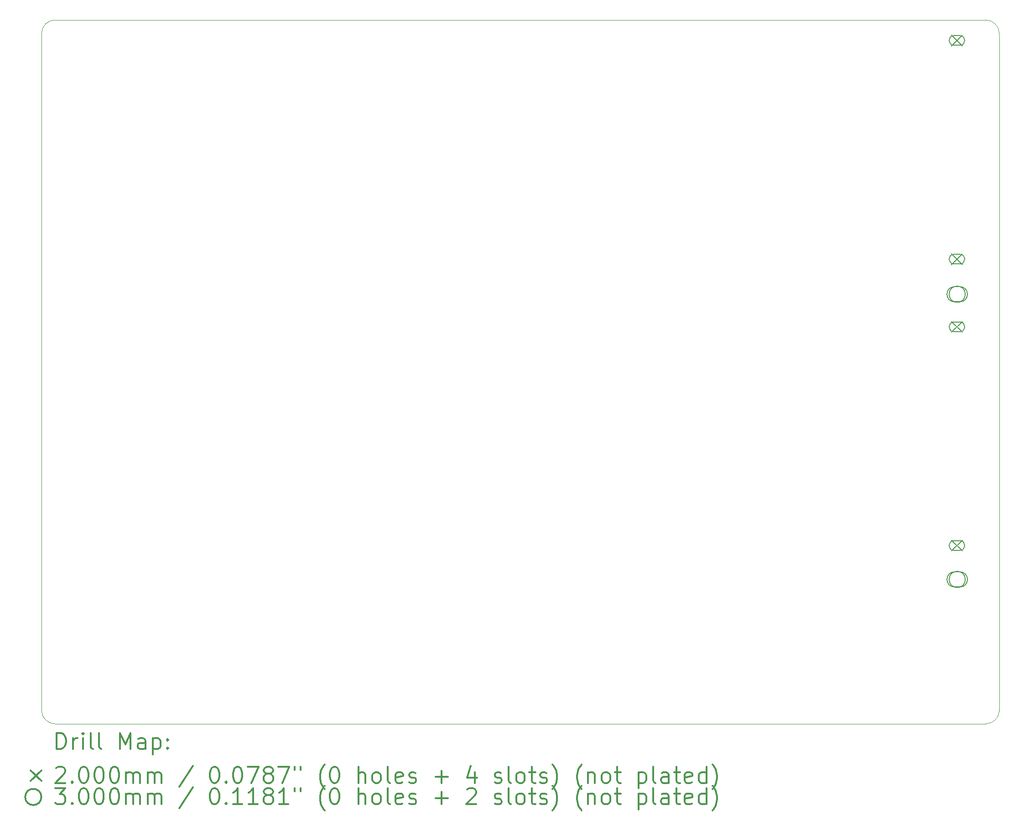
<source format=gbr>
%FSLAX45Y45*%
G04 Gerber Fmt 4.5, Leading zero omitted, Abs format (unit mm)*
G04 Created by KiCad (PCBNEW 5.1.12-84ad8e8a86~92~ubuntu18.04.1) date 2022-12-12 22:35:50*
%MOMM*%
%LPD*%
G01*
G04 APERTURE LIST*
%TA.AperFunction,Profile*%
%ADD10C,0.050000*%
%TD*%
%ADD11C,0.200000*%
%ADD12C,0.300000*%
G04 APERTURE END LIST*
D10*
X19050000Y-14097000D02*
G75*
G02*
X18796000Y-14351000I-254000J0D01*
G01*
X18796000Y-1270000D02*
G75*
G02*
X19050000Y-1524000I0J-254000D01*
G01*
X1270000Y-1524000D02*
G75*
G02*
X1524000Y-1270000I254000J0D01*
G01*
X1524000Y-14351000D02*
G75*
G02*
X1270000Y-14097000I0J254000D01*
G01*
X18796000Y-1270000D02*
X1524000Y-1270000D01*
X19050000Y-14097000D02*
X19050000Y-1524000D01*
X1524000Y-14351000D02*
X18796000Y-14351000D01*
X1270000Y-1524000D02*
X1270000Y-14097000D01*
D11*
X18162600Y-1551000D02*
X18362600Y-1751000D01*
X18362600Y-1551000D02*
X18162600Y-1751000D01*
X18207600Y-1741000D02*
X18317600Y-1741000D01*
X18207600Y-1561000D02*
X18317600Y-1561000D01*
X18317600Y-1741000D02*
G75*
G03*
X18317600Y-1561000I0J90000D01*
G01*
X18207600Y-1561000D02*
G75*
G03*
X18207600Y-1741000I0J-90000D01*
G01*
X18162600Y-5615000D02*
X18362600Y-5815000D01*
X18362600Y-5615000D02*
X18162600Y-5815000D01*
X18207600Y-5805000D02*
X18317600Y-5805000D01*
X18207600Y-5625000D02*
X18317600Y-5625000D01*
X18317600Y-5805000D02*
G75*
G03*
X18317600Y-5625000I0J90000D01*
G01*
X18207600Y-5625000D02*
G75*
G03*
X18207600Y-5805000I0J-90000D01*
G01*
X18162600Y-6872300D02*
X18362600Y-7072300D01*
X18362600Y-6872300D02*
X18162600Y-7072300D01*
X18207600Y-7062300D02*
X18317600Y-7062300D01*
X18207600Y-6882300D02*
X18317600Y-6882300D01*
X18317600Y-7062300D02*
G75*
G03*
X18317600Y-6882300I0J90000D01*
G01*
X18207600Y-6882300D02*
G75*
G03*
X18207600Y-7062300I0J-90000D01*
G01*
X18162600Y-10936300D02*
X18362600Y-11136300D01*
X18362600Y-10936300D02*
X18162600Y-11136300D01*
X18207600Y-11126300D02*
X18317600Y-11126300D01*
X18207600Y-10946300D02*
X18317600Y-10946300D01*
X18317600Y-11126300D02*
G75*
G03*
X18317600Y-10946300I0J90000D01*
G01*
X18207600Y-10946300D02*
G75*
G03*
X18207600Y-11126300I0J-90000D01*
G01*
X18417934Y-6367018D02*
G75*
G03*
X18417934Y-6367018I-150000J0D01*
G01*
X18217934Y-6507018D02*
X18317934Y-6507018D01*
X18217934Y-6227018D02*
X18317934Y-6227018D01*
X18317934Y-6507018D02*
G75*
G03*
X18317934Y-6227018I0J140000D01*
G01*
X18217934Y-6227018D02*
G75*
G03*
X18217934Y-6507018I0J-140000D01*
G01*
X18417934Y-11666982D02*
G75*
G03*
X18417934Y-11666982I-150000J0D01*
G01*
X18217934Y-11806982D02*
X18317934Y-11806982D01*
X18217934Y-11526982D02*
X18317934Y-11526982D01*
X18317934Y-11806982D02*
G75*
G03*
X18317934Y-11526982I0J140000D01*
G01*
X18217934Y-11526982D02*
G75*
G03*
X18217934Y-11806982I0J-140000D01*
G01*
D12*
X1553928Y-14819214D02*
X1553928Y-14519214D01*
X1625357Y-14519214D01*
X1668214Y-14533500D01*
X1696786Y-14562071D01*
X1711071Y-14590643D01*
X1725357Y-14647786D01*
X1725357Y-14690643D01*
X1711071Y-14747786D01*
X1696786Y-14776357D01*
X1668214Y-14804929D01*
X1625357Y-14819214D01*
X1553928Y-14819214D01*
X1853928Y-14819214D02*
X1853928Y-14619214D01*
X1853928Y-14676357D02*
X1868214Y-14647786D01*
X1882500Y-14633500D01*
X1911071Y-14619214D01*
X1939643Y-14619214D01*
X2039643Y-14819214D02*
X2039643Y-14619214D01*
X2039643Y-14519214D02*
X2025357Y-14533500D01*
X2039643Y-14547786D01*
X2053928Y-14533500D01*
X2039643Y-14519214D01*
X2039643Y-14547786D01*
X2225357Y-14819214D02*
X2196786Y-14804929D01*
X2182500Y-14776357D01*
X2182500Y-14519214D01*
X2382500Y-14819214D02*
X2353928Y-14804929D01*
X2339643Y-14776357D01*
X2339643Y-14519214D01*
X2725357Y-14819214D02*
X2725357Y-14519214D01*
X2825357Y-14733500D01*
X2925357Y-14519214D01*
X2925357Y-14819214D01*
X3196786Y-14819214D02*
X3196786Y-14662071D01*
X3182500Y-14633500D01*
X3153928Y-14619214D01*
X3096786Y-14619214D01*
X3068214Y-14633500D01*
X3196786Y-14804929D02*
X3168214Y-14819214D01*
X3096786Y-14819214D01*
X3068214Y-14804929D01*
X3053928Y-14776357D01*
X3053928Y-14747786D01*
X3068214Y-14719214D01*
X3096786Y-14704929D01*
X3168214Y-14704929D01*
X3196786Y-14690643D01*
X3339643Y-14619214D02*
X3339643Y-14919214D01*
X3339643Y-14633500D02*
X3368214Y-14619214D01*
X3425357Y-14619214D01*
X3453928Y-14633500D01*
X3468214Y-14647786D01*
X3482500Y-14676357D01*
X3482500Y-14762071D01*
X3468214Y-14790643D01*
X3453928Y-14804929D01*
X3425357Y-14819214D01*
X3368214Y-14819214D01*
X3339643Y-14804929D01*
X3611071Y-14790643D02*
X3625357Y-14804929D01*
X3611071Y-14819214D01*
X3596786Y-14804929D01*
X3611071Y-14790643D01*
X3611071Y-14819214D01*
X3611071Y-14633500D02*
X3625357Y-14647786D01*
X3611071Y-14662071D01*
X3596786Y-14647786D01*
X3611071Y-14633500D01*
X3611071Y-14662071D01*
X1067500Y-15213500D02*
X1267500Y-15413500D01*
X1267500Y-15213500D02*
X1067500Y-15413500D01*
X1539643Y-15177786D02*
X1553928Y-15163500D01*
X1582500Y-15149214D01*
X1653928Y-15149214D01*
X1682500Y-15163500D01*
X1696786Y-15177786D01*
X1711071Y-15206357D01*
X1711071Y-15234929D01*
X1696786Y-15277786D01*
X1525357Y-15449214D01*
X1711071Y-15449214D01*
X1839643Y-15420643D02*
X1853928Y-15434929D01*
X1839643Y-15449214D01*
X1825357Y-15434929D01*
X1839643Y-15420643D01*
X1839643Y-15449214D01*
X2039643Y-15149214D02*
X2068214Y-15149214D01*
X2096786Y-15163500D01*
X2111071Y-15177786D01*
X2125357Y-15206357D01*
X2139643Y-15263500D01*
X2139643Y-15334929D01*
X2125357Y-15392071D01*
X2111071Y-15420643D01*
X2096786Y-15434929D01*
X2068214Y-15449214D01*
X2039643Y-15449214D01*
X2011071Y-15434929D01*
X1996786Y-15420643D01*
X1982500Y-15392071D01*
X1968214Y-15334929D01*
X1968214Y-15263500D01*
X1982500Y-15206357D01*
X1996786Y-15177786D01*
X2011071Y-15163500D01*
X2039643Y-15149214D01*
X2325357Y-15149214D02*
X2353928Y-15149214D01*
X2382500Y-15163500D01*
X2396786Y-15177786D01*
X2411071Y-15206357D01*
X2425357Y-15263500D01*
X2425357Y-15334929D01*
X2411071Y-15392071D01*
X2396786Y-15420643D01*
X2382500Y-15434929D01*
X2353928Y-15449214D01*
X2325357Y-15449214D01*
X2296786Y-15434929D01*
X2282500Y-15420643D01*
X2268214Y-15392071D01*
X2253928Y-15334929D01*
X2253928Y-15263500D01*
X2268214Y-15206357D01*
X2282500Y-15177786D01*
X2296786Y-15163500D01*
X2325357Y-15149214D01*
X2611071Y-15149214D02*
X2639643Y-15149214D01*
X2668214Y-15163500D01*
X2682500Y-15177786D01*
X2696786Y-15206357D01*
X2711071Y-15263500D01*
X2711071Y-15334929D01*
X2696786Y-15392071D01*
X2682500Y-15420643D01*
X2668214Y-15434929D01*
X2639643Y-15449214D01*
X2611071Y-15449214D01*
X2582500Y-15434929D01*
X2568214Y-15420643D01*
X2553928Y-15392071D01*
X2539643Y-15334929D01*
X2539643Y-15263500D01*
X2553928Y-15206357D01*
X2568214Y-15177786D01*
X2582500Y-15163500D01*
X2611071Y-15149214D01*
X2839643Y-15449214D02*
X2839643Y-15249214D01*
X2839643Y-15277786D02*
X2853928Y-15263500D01*
X2882500Y-15249214D01*
X2925357Y-15249214D01*
X2953928Y-15263500D01*
X2968214Y-15292071D01*
X2968214Y-15449214D01*
X2968214Y-15292071D02*
X2982500Y-15263500D01*
X3011071Y-15249214D01*
X3053928Y-15249214D01*
X3082500Y-15263500D01*
X3096786Y-15292071D01*
X3096786Y-15449214D01*
X3239643Y-15449214D02*
X3239643Y-15249214D01*
X3239643Y-15277786D02*
X3253928Y-15263500D01*
X3282500Y-15249214D01*
X3325357Y-15249214D01*
X3353928Y-15263500D01*
X3368214Y-15292071D01*
X3368214Y-15449214D01*
X3368214Y-15292071D02*
X3382500Y-15263500D01*
X3411071Y-15249214D01*
X3453928Y-15249214D01*
X3482500Y-15263500D01*
X3496786Y-15292071D01*
X3496786Y-15449214D01*
X4082500Y-15134929D02*
X3825357Y-15520643D01*
X4468214Y-15149214D02*
X4496786Y-15149214D01*
X4525357Y-15163500D01*
X4539643Y-15177786D01*
X4553928Y-15206357D01*
X4568214Y-15263500D01*
X4568214Y-15334929D01*
X4553928Y-15392071D01*
X4539643Y-15420643D01*
X4525357Y-15434929D01*
X4496786Y-15449214D01*
X4468214Y-15449214D01*
X4439643Y-15434929D01*
X4425357Y-15420643D01*
X4411071Y-15392071D01*
X4396786Y-15334929D01*
X4396786Y-15263500D01*
X4411071Y-15206357D01*
X4425357Y-15177786D01*
X4439643Y-15163500D01*
X4468214Y-15149214D01*
X4696786Y-15420643D02*
X4711071Y-15434929D01*
X4696786Y-15449214D01*
X4682500Y-15434929D01*
X4696786Y-15420643D01*
X4696786Y-15449214D01*
X4896786Y-15149214D02*
X4925357Y-15149214D01*
X4953928Y-15163500D01*
X4968214Y-15177786D01*
X4982500Y-15206357D01*
X4996786Y-15263500D01*
X4996786Y-15334929D01*
X4982500Y-15392071D01*
X4968214Y-15420643D01*
X4953928Y-15434929D01*
X4925357Y-15449214D01*
X4896786Y-15449214D01*
X4868214Y-15434929D01*
X4853928Y-15420643D01*
X4839643Y-15392071D01*
X4825357Y-15334929D01*
X4825357Y-15263500D01*
X4839643Y-15206357D01*
X4853928Y-15177786D01*
X4868214Y-15163500D01*
X4896786Y-15149214D01*
X5096786Y-15149214D02*
X5296786Y-15149214D01*
X5168214Y-15449214D01*
X5453928Y-15277786D02*
X5425357Y-15263500D01*
X5411071Y-15249214D01*
X5396786Y-15220643D01*
X5396786Y-15206357D01*
X5411071Y-15177786D01*
X5425357Y-15163500D01*
X5453928Y-15149214D01*
X5511071Y-15149214D01*
X5539643Y-15163500D01*
X5553928Y-15177786D01*
X5568214Y-15206357D01*
X5568214Y-15220643D01*
X5553928Y-15249214D01*
X5539643Y-15263500D01*
X5511071Y-15277786D01*
X5453928Y-15277786D01*
X5425357Y-15292071D01*
X5411071Y-15306357D01*
X5396786Y-15334929D01*
X5396786Y-15392071D01*
X5411071Y-15420643D01*
X5425357Y-15434929D01*
X5453928Y-15449214D01*
X5511071Y-15449214D01*
X5539643Y-15434929D01*
X5553928Y-15420643D01*
X5568214Y-15392071D01*
X5568214Y-15334929D01*
X5553928Y-15306357D01*
X5539643Y-15292071D01*
X5511071Y-15277786D01*
X5668214Y-15149214D02*
X5868214Y-15149214D01*
X5739643Y-15449214D01*
X5968214Y-15149214D02*
X5968214Y-15206357D01*
X6082500Y-15149214D02*
X6082500Y-15206357D01*
X6525357Y-15563500D02*
X6511071Y-15549214D01*
X6482500Y-15506357D01*
X6468214Y-15477786D01*
X6453928Y-15434929D01*
X6439643Y-15363500D01*
X6439643Y-15306357D01*
X6453928Y-15234929D01*
X6468214Y-15192071D01*
X6482500Y-15163500D01*
X6511071Y-15120643D01*
X6525357Y-15106357D01*
X6696786Y-15149214D02*
X6725357Y-15149214D01*
X6753928Y-15163500D01*
X6768214Y-15177786D01*
X6782500Y-15206357D01*
X6796786Y-15263500D01*
X6796786Y-15334929D01*
X6782500Y-15392071D01*
X6768214Y-15420643D01*
X6753928Y-15434929D01*
X6725357Y-15449214D01*
X6696786Y-15449214D01*
X6668214Y-15434929D01*
X6653928Y-15420643D01*
X6639643Y-15392071D01*
X6625357Y-15334929D01*
X6625357Y-15263500D01*
X6639643Y-15206357D01*
X6653928Y-15177786D01*
X6668214Y-15163500D01*
X6696786Y-15149214D01*
X7153928Y-15449214D02*
X7153928Y-15149214D01*
X7282500Y-15449214D02*
X7282500Y-15292071D01*
X7268214Y-15263500D01*
X7239643Y-15249214D01*
X7196786Y-15249214D01*
X7168214Y-15263500D01*
X7153928Y-15277786D01*
X7468214Y-15449214D02*
X7439643Y-15434929D01*
X7425357Y-15420643D01*
X7411071Y-15392071D01*
X7411071Y-15306357D01*
X7425357Y-15277786D01*
X7439643Y-15263500D01*
X7468214Y-15249214D01*
X7511071Y-15249214D01*
X7539643Y-15263500D01*
X7553928Y-15277786D01*
X7568214Y-15306357D01*
X7568214Y-15392071D01*
X7553928Y-15420643D01*
X7539643Y-15434929D01*
X7511071Y-15449214D01*
X7468214Y-15449214D01*
X7739643Y-15449214D02*
X7711071Y-15434929D01*
X7696786Y-15406357D01*
X7696786Y-15149214D01*
X7968214Y-15434929D02*
X7939643Y-15449214D01*
X7882500Y-15449214D01*
X7853928Y-15434929D01*
X7839643Y-15406357D01*
X7839643Y-15292071D01*
X7853928Y-15263500D01*
X7882500Y-15249214D01*
X7939643Y-15249214D01*
X7968214Y-15263500D01*
X7982500Y-15292071D01*
X7982500Y-15320643D01*
X7839643Y-15349214D01*
X8096786Y-15434929D02*
X8125357Y-15449214D01*
X8182500Y-15449214D01*
X8211071Y-15434929D01*
X8225357Y-15406357D01*
X8225357Y-15392071D01*
X8211071Y-15363500D01*
X8182500Y-15349214D01*
X8139643Y-15349214D01*
X8111071Y-15334929D01*
X8096786Y-15306357D01*
X8096786Y-15292071D01*
X8111071Y-15263500D01*
X8139643Y-15249214D01*
X8182500Y-15249214D01*
X8211071Y-15263500D01*
X8582500Y-15334929D02*
X8811071Y-15334929D01*
X8696786Y-15449214D02*
X8696786Y-15220643D01*
X9311071Y-15249214D02*
X9311071Y-15449214D01*
X9239643Y-15134929D02*
X9168214Y-15349214D01*
X9353928Y-15349214D01*
X9682500Y-15434929D02*
X9711071Y-15449214D01*
X9768214Y-15449214D01*
X9796786Y-15434929D01*
X9811071Y-15406357D01*
X9811071Y-15392071D01*
X9796786Y-15363500D01*
X9768214Y-15349214D01*
X9725357Y-15349214D01*
X9696786Y-15334929D01*
X9682500Y-15306357D01*
X9682500Y-15292071D01*
X9696786Y-15263500D01*
X9725357Y-15249214D01*
X9768214Y-15249214D01*
X9796786Y-15263500D01*
X9982500Y-15449214D02*
X9953928Y-15434929D01*
X9939643Y-15406357D01*
X9939643Y-15149214D01*
X10139643Y-15449214D02*
X10111071Y-15434929D01*
X10096786Y-15420643D01*
X10082500Y-15392071D01*
X10082500Y-15306357D01*
X10096786Y-15277786D01*
X10111071Y-15263500D01*
X10139643Y-15249214D01*
X10182500Y-15249214D01*
X10211071Y-15263500D01*
X10225357Y-15277786D01*
X10239643Y-15306357D01*
X10239643Y-15392071D01*
X10225357Y-15420643D01*
X10211071Y-15434929D01*
X10182500Y-15449214D01*
X10139643Y-15449214D01*
X10325357Y-15249214D02*
X10439643Y-15249214D01*
X10368214Y-15149214D02*
X10368214Y-15406357D01*
X10382500Y-15434929D01*
X10411071Y-15449214D01*
X10439643Y-15449214D01*
X10525357Y-15434929D02*
X10553928Y-15449214D01*
X10611071Y-15449214D01*
X10639643Y-15434929D01*
X10653928Y-15406357D01*
X10653928Y-15392071D01*
X10639643Y-15363500D01*
X10611071Y-15349214D01*
X10568214Y-15349214D01*
X10539643Y-15334929D01*
X10525357Y-15306357D01*
X10525357Y-15292071D01*
X10539643Y-15263500D01*
X10568214Y-15249214D01*
X10611071Y-15249214D01*
X10639643Y-15263500D01*
X10753928Y-15563500D02*
X10768214Y-15549214D01*
X10796786Y-15506357D01*
X10811071Y-15477786D01*
X10825357Y-15434929D01*
X10839643Y-15363500D01*
X10839643Y-15306357D01*
X10825357Y-15234929D01*
X10811071Y-15192071D01*
X10796786Y-15163500D01*
X10768214Y-15120643D01*
X10753928Y-15106357D01*
X11296786Y-15563500D02*
X11282500Y-15549214D01*
X11253928Y-15506357D01*
X11239643Y-15477786D01*
X11225357Y-15434929D01*
X11211071Y-15363500D01*
X11211071Y-15306357D01*
X11225357Y-15234929D01*
X11239643Y-15192071D01*
X11253928Y-15163500D01*
X11282500Y-15120643D01*
X11296786Y-15106357D01*
X11411071Y-15249214D02*
X11411071Y-15449214D01*
X11411071Y-15277786D02*
X11425357Y-15263500D01*
X11453928Y-15249214D01*
X11496786Y-15249214D01*
X11525357Y-15263500D01*
X11539643Y-15292071D01*
X11539643Y-15449214D01*
X11725357Y-15449214D02*
X11696786Y-15434929D01*
X11682500Y-15420643D01*
X11668214Y-15392071D01*
X11668214Y-15306357D01*
X11682500Y-15277786D01*
X11696786Y-15263500D01*
X11725357Y-15249214D01*
X11768214Y-15249214D01*
X11796786Y-15263500D01*
X11811071Y-15277786D01*
X11825357Y-15306357D01*
X11825357Y-15392071D01*
X11811071Y-15420643D01*
X11796786Y-15434929D01*
X11768214Y-15449214D01*
X11725357Y-15449214D01*
X11911071Y-15249214D02*
X12025357Y-15249214D01*
X11953928Y-15149214D02*
X11953928Y-15406357D01*
X11968214Y-15434929D01*
X11996786Y-15449214D01*
X12025357Y-15449214D01*
X12353928Y-15249214D02*
X12353928Y-15549214D01*
X12353928Y-15263500D02*
X12382500Y-15249214D01*
X12439643Y-15249214D01*
X12468214Y-15263500D01*
X12482500Y-15277786D01*
X12496786Y-15306357D01*
X12496786Y-15392071D01*
X12482500Y-15420643D01*
X12468214Y-15434929D01*
X12439643Y-15449214D01*
X12382500Y-15449214D01*
X12353928Y-15434929D01*
X12668214Y-15449214D02*
X12639643Y-15434929D01*
X12625357Y-15406357D01*
X12625357Y-15149214D01*
X12911071Y-15449214D02*
X12911071Y-15292071D01*
X12896786Y-15263500D01*
X12868214Y-15249214D01*
X12811071Y-15249214D01*
X12782500Y-15263500D01*
X12911071Y-15434929D02*
X12882500Y-15449214D01*
X12811071Y-15449214D01*
X12782500Y-15434929D01*
X12768214Y-15406357D01*
X12768214Y-15377786D01*
X12782500Y-15349214D01*
X12811071Y-15334929D01*
X12882500Y-15334929D01*
X12911071Y-15320643D01*
X13011071Y-15249214D02*
X13125357Y-15249214D01*
X13053928Y-15149214D02*
X13053928Y-15406357D01*
X13068214Y-15434929D01*
X13096786Y-15449214D01*
X13125357Y-15449214D01*
X13339643Y-15434929D02*
X13311071Y-15449214D01*
X13253928Y-15449214D01*
X13225357Y-15434929D01*
X13211071Y-15406357D01*
X13211071Y-15292071D01*
X13225357Y-15263500D01*
X13253928Y-15249214D01*
X13311071Y-15249214D01*
X13339643Y-15263500D01*
X13353928Y-15292071D01*
X13353928Y-15320643D01*
X13211071Y-15349214D01*
X13611071Y-15449214D02*
X13611071Y-15149214D01*
X13611071Y-15434929D02*
X13582500Y-15449214D01*
X13525357Y-15449214D01*
X13496786Y-15434929D01*
X13482500Y-15420643D01*
X13468214Y-15392071D01*
X13468214Y-15306357D01*
X13482500Y-15277786D01*
X13496786Y-15263500D01*
X13525357Y-15249214D01*
X13582500Y-15249214D01*
X13611071Y-15263500D01*
X13725357Y-15563500D02*
X13739643Y-15549214D01*
X13768214Y-15506357D01*
X13782500Y-15477786D01*
X13796786Y-15434929D01*
X13811071Y-15363500D01*
X13811071Y-15306357D01*
X13796786Y-15234929D01*
X13782500Y-15192071D01*
X13768214Y-15163500D01*
X13739643Y-15120643D01*
X13725357Y-15106357D01*
X1267500Y-15709500D02*
G75*
G03*
X1267500Y-15709500I-150000J0D01*
G01*
X1525357Y-15545214D02*
X1711071Y-15545214D01*
X1611071Y-15659500D01*
X1653928Y-15659500D01*
X1682500Y-15673786D01*
X1696786Y-15688071D01*
X1711071Y-15716643D01*
X1711071Y-15788071D01*
X1696786Y-15816643D01*
X1682500Y-15830929D01*
X1653928Y-15845214D01*
X1568214Y-15845214D01*
X1539643Y-15830929D01*
X1525357Y-15816643D01*
X1839643Y-15816643D02*
X1853928Y-15830929D01*
X1839643Y-15845214D01*
X1825357Y-15830929D01*
X1839643Y-15816643D01*
X1839643Y-15845214D01*
X2039643Y-15545214D02*
X2068214Y-15545214D01*
X2096786Y-15559500D01*
X2111071Y-15573786D01*
X2125357Y-15602357D01*
X2139643Y-15659500D01*
X2139643Y-15730929D01*
X2125357Y-15788071D01*
X2111071Y-15816643D01*
X2096786Y-15830929D01*
X2068214Y-15845214D01*
X2039643Y-15845214D01*
X2011071Y-15830929D01*
X1996786Y-15816643D01*
X1982500Y-15788071D01*
X1968214Y-15730929D01*
X1968214Y-15659500D01*
X1982500Y-15602357D01*
X1996786Y-15573786D01*
X2011071Y-15559500D01*
X2039643Y-15545214D01*
X2325357Y-15545214D02*
X2353928Y-15545214D01*
X2382500Y-15559500D01*
X2396786Y-15573786D01*
X2411071Y-15602357D01*
X2425357Y-15659500D01*
X2425357Y-15730929D01*
X2411071Y-15788071D01*
X2396786Y-15816643D01*
X2382500Y-15830929D01*
X2353928Y-15845214D01*
X2325357Y-15845214D01*
X2296786Y-15830929D01*
X2282500Y-15816643D01*
X2268214Y-15788071D01*
X2253928Y-15730929D01*
X2253928Y-15659500D01*
X2268214Y-15602357D01*
X2282500Y-15573786D01*
X2296786Y-15559500D01*
X2325357Y-15545214D01*
X2611071Y-15545214D02*
X2639643Y-15545214D01*
X2668214Y-15559500D01*
X2682500Y-15573786D01*
X2696786Y-15602357D01*
X2711071Y-15659500D01*
X2711071Y-15730929D01*
X2696786Y-15788071D01*
X2682500Y-15816643D01*
X2668214Y-15830929D01*
X2639643Y-15845214D01*
X2611071Y-15845214D01*
X2582500Y-15830929D01*
X2568214Y-15816643D01*
X2553928Y-15788071D01*
X2539643Y-15730929D01*
X2539643Y-15659500D01*
X2553928Y-15602357D01*
X2568214Y-15573786D01*
X2582500Y-15559500D01*
X2611071Y-15545214D01*
X2839643Y-15845214D02*
X2839643Y-15645214D01*
X2839643Y-15673786D02*
X2853928Y-15659500D01*
X2882500Y-15645214D01*
X2925357Y-15645214D01*
X2953928Y-15659500D01*
X2968214Y-15688071D01*
X2968214Y-15845214D01*
X2968214Y-15688071D02*
X2982500Y-15659500D01*
X3011071Y-15645214D01*
X3053928Y-15645214D01*
X3082500Y-15659500D01*
X3096786Y-15688071D01*
X3096786Y-15845214D01*
X3239643Y-15845214D02*
X3239643Y-15645214D01*
X3239643Y-15673786D02*
X3253928Y-15659500D01*
X3282500Y-15645214D01*
X3325357Y-15645214D01*
X3353928Y-15659500D01*
X3368214Y-15688071D01*
X3368214Y-15845214D01*
X3368214Y-15688071D02*
X3382500Y-15659500D01*
X3411071Y-15645214D01*
X3453928Y-15645214D01*
X3482500Y-15659500D01*
X3496786Y-15688071D01*
X3496786Y-15845214D01*
X4082500Y-15530929D02*
X3825357Y-15916643D01*
X4468214Y-15545214D02*
X4496786Y-15545214D01*
X4525357Y-15559500D01*
X4539643Y-15573786D01*
X4553928Y-15602357D01*
X4568214Y-15659500D01*
X4568214Y-15730929D01*
X4553928Y-15788071D01*
X4539643Y-15816643D01*
X4525357Y-15830929D01*
X4496786Y-15845214D01*
X4468214Y-15845214D01*
X4439643Y-15830929D01*
X4425357Y-15816643D01*
X4411071Y-15788071D01*
X4396786Y-15730929D01*
X4396786Y-15659500D01*
X4411071Y-15602357D01*
X4425357Y-15573786D01*
X4439643Y-15559500D01*
X4468214Y-15545214D01*
X4696786Y-15816643D02*
X4711071Y-15830929D01*
X4696786Y-15845214D01*
X4682500Y-15830929D01*
X4696786Y-15816643D01*
X4696786Y-15845214D01*
X4996786Y-15845214D02*
X4825357Y-15845214D01*
X4911071Y-15845214D02*
X4911071Y-15545214D01*
X4882500Y-15588071D01*
X4853928Y-15616643D01*
X4825357Y-15630929D01*
X5282500Y-15845214D02*
X5111071Y-15845214D01*
X5196786Y-15845214D02*
X5196786Y-15545214D01*
X5168214Y-15588071D01*
X5139643Y-15616643D01*
X5111071Y-15630929D01*
X5453928Y-15673786D02*
X5425357Y-15659500D01*
X5411071Y-15645214D01*
X5396786Y-15616643D01*
X5396786Y-15602357D01*
X5411071Y-15573786D01*
X5425357Y-15559500D01*
X5453928Y-15545214D01*
X5511071Y-15545214D01*
X5539643Y-15559500D01*
X5553928Y-15573786D01*
X5568214Y-15602357D01*
X5568214Y-15616643D01*
X5553928Y-15645214D01*
X5539643Y-15659500D01*
X5511071Y-15673786D01*
X5453928Y-15673786D01*
X5425357Y-15688071D01*
X5411071Y-15702357D01*
X5396786Y-15730929D01*
X5396786Y-15788071D01*
X5411071Y-15816643D01*
X5425357Y-15830929D01*
X5453928Y-15845214D01*
X5511071Y-15845214D01*
X5539643Y-15830929D01*
X5553928Y-15816643D01*
X5568214Y-15788071D01*
X5568214Y-15730929D01*
X5553928Y-15702357D01*
X5539643Y-15688071D01*
X5511071Y-15673786D01*
X5853928Y-15845214D02*
X5682500Y-15845214D01*
X5768214Y-15845214D02*
X5768214Y-15545214D01*
X5739643Y-15588071D01*
X5711071Y-15616643D01*
X5682500Y-15630929D01*
X5968214Y-15545214D02*
X5968214Y-15602357D01*
X6082500Y-15545214D02*
X6082500Y-15602357D01*
X6525357Y-15959500D02*
X6511071Y-15945214D01*
X6482500Y-15902357D01*
X6468214Y-15873786D01*
X6453928Y-15830929D01*
X6439643Y-15759500D01*
X6439643Y-15702357D01*
X6453928Y-15630929D01*
X6468214Y-15588071D01*
X6482500Y-15559500D01*
X6511071Y-15516643D01*
X6525357Y-15502357D01*
X6696786Y-15545214D02*
X6725357Y-15545214D01*
X6753928Y-15559500D01*
X6768214Y-15573786D01*
X6782500Y-15602357D01*
X6796786Y-15659500D01*
X6796786Y-15730929D01*
X6782500Y-15788071D01*
X6768214Y-15816643D01*
X6753928Y-15830929D01*
X6725357Y-15845214D01*
X6696786Y-15845214D01*
X6668214Y-15830929D01*
X6653928Y-15816643D01*
X6639643Y-15788071D01*
X6625357Y-15730929D01*
X6625357Y-15659500D01*
X6639643Y-15602357D01*
X6653928Y-15573786D01*
X6668214Y-15559500D01*
X6696786Y-15545214D01*
X7153928Y-15845214D02*
X7153928Y-15545214D01*
X7282500Y-15845214D02*
X7282500Y-15688071D01*
X7268214Y-15659500D01*
X7239643Y-15645214D01*
X7196786Y-15645214D01*
X7168214Y-15659500D01*
X7153928Y-15673786D01*
X7468214Y-15845214D02*
X7439643Y-15830929D01*
X7425357Y-15816643D01*
X7411071Y-15788071D01*
X7411071Y-15702357D01*
X7425357Y-15673786D01*
X7439643Y-15659500D01*
X7468214Y-15645214D01*
X7511071Y-15645214D01*
X7539643Y-15659500D01*
X7553928Y-15673786D01*
X7568214Y-15702357D01*
X7568214Y-15788071D01*
X7553928Y-15816643D01*
X7539643Y-15830929D01*
X7511071Y-15845214D01*
X7468214Y-15845214D01*
X7739643Y-15845214D02*
X7711071Y-15830929D01*
X7696786Y-15802357D01*
X7696786Y-15545214D01*
X7968214Y-15830929D02*
X7939643Y-15845214D01*
X7882500Y-15845214D01*
X7853928Y-15830929D01*
X7839643Y-15802357D01*
X7839643Y-15688071D01*
X7853928Y-15659500D01*
X7882500Y-15645214D01*
X7939643Y-15645214D01*
X7968214Y-15659500D01*
X7982500Y-15688071D01*
X7982500Y-15716643D01*
X7839643Y-15745214D01*
X8096786Y-15830929D02*
X8125357Y-15845214D01*
X8182500Y-15845214D01*
X8211071Y-15830929D01*
X8225357Y-15802357D01*
X8225357Y-15788071D01*
X8211071Y-15759500D01*
X8182500Y-15745214D01*
X8139643Y-15745214D01*
X8111071Y-15730929D01*
X8096786Y-15702357D01*
X8096786Y-15688071D01*
X8111071Y-15659500D01*
X8139643Y-15645214D01*
X8182500Y-15645214D01*
X8211071Y-15659500D01*
X8582500Y-15730929D02*
X8811071Y-15730929D01*
X8696786Y-15845214D02*
X8696786Y-15616643D01*
X9168214Y-15573786D02*
X9182500Y-15559500D01*
X9211071Y-15545214D01*
X9282500Y-15545214D01*
X9311071Y-15559500D01*
X9325357Y-15573786D01*
X9339643Y-15602357D01*
X9339643Y-15630929D01*
X9325357Y-15673786D01*
X9153928Y-15845214D01*
X9339643Y-15845214D01*
X9682500Y-15830929D02*
X9711071Y-15845214D01*
X9768214Y-15845214D01*
X9796786Y-15830929D01*
X9811071Y-15802357D01*
X9811071Y-15788071D01*
X9796786Y-15759500D01*
X9768214Y-15745214D01*
X9725357Y-15745214D01*
X9696786Y-15730929D01*
X9682500Y-15702357D01*
X9682500Y-15688071D01*
X9696786Y-15659500D01*
X9725357Y-15645214D01*
X9768214Y-15645214D01*
X9796786Y-15659500D01*
X9982500Y-15845214D02*
X9953928Y-15830929D01*
X9939643Y-15802357D01*
X9939643Y-15545214D01*
X10139643Y-15845214D02*
X10111071Y-15830929D01*
X10096786Y-15816643D01*
X10082500Y-15788071D01*
X10082500Y-15702357D01*
X10096786Y-15673786D01*
X10111071Y-15659500D01*
X10139643Y-15645214D01*
X10182500Y-15645214D01*
X10211071Y-15659500D01*
X10225357Y-15673786D01*
X10239643Y-15702357D01*
X10239643Y-15788071D01*
X10225357Y-15816643D01*
X10211071Y-15830929D01*
X10182500Y-15845214D01*
X10139643Y-15845214D01*
X10325357Y-15645214D02*
X10439643Y-15645214D01*
X10368214Y-15545214D02*
X10368214Y-15802357D01*
X10382500Y-15830929D01*
X10411071Y-15845214D01*
X10439643Y-15845214D01*
X10525357Y-15830929D02*
X10553928Y-15845214D01*
X10611071Y-15845214D01*
X10639643Y-15830929D01*
X10653928Y-15802357D01*
X10653928Y-15788071D01*
X10639643Y-15759500D01*
X10611071Y-15745214D01*
X10568214Y-15745214D01*
X10539643Y-15730929D01*
X10525357Y-15702357D01*
X10525357Y-15688071D01*
X10539643Y-15659500D01*
X10568214Y-15645214D01*
X10611071Y-15645214D01*
X10639643Y-15659500D01*
X10753928Y-15959500D02*
X10768214Y-15945214D01*
X10796786Y-15902357D01*
X10811071Y-15873786D01*
X10825357Y-15830929D01*
X10839643Y-15759500D01*
X10839643Y-15702357D01*
X10825357Y-15630929D01*
X10811071Y-15588071D01*
X10796786Y-15559500D01*
X10768214Y-15516643D01*
X10753928Y-15502357D01*
X11296786Y-15959500D02*
X11282500Y-15945214D01*
X11253928Y-15902357D01*
X11239643Y-15873786D01*
X11225357Y-15830929D01*
X11211071Y-15759500D01*
X11211071Y-15702357D01*
X11225357Y-15630929D01*
X11239643Y-15588071D01*
X11253928Y-15559500D01*
X11282500Y-15516643D01*
X11296786Y-15502357D01*
X11411071Y-15645214D02*
X11411071Y-15845214D01*
X11411071Y-15673786D02*
X11425357Y-15659500D01*
X11453928Y-15645214D01*
X11496786Y-15645214D01*
X11525357Y-15659500D01*
X11539643Y-15688071D01*
X11539643Y-15845214D01*
X11725357Y-15845214D02*
X11696786Y-15830929D01*
X11682500Y-15816643D01*
X11668214Y-15788071D01*
X11668214Y-15702357D01*
X11682500Y-15673786D01*
X11696786Y-15659500D01*
X11725357Y-15645214D01*
X11768214Y-15645214D01*
X11796786Y-15659500D01*
X11811071Y-15673786D01*
X11825357Y-15702357D01*
X11825357Y-15788071D01*
X11811071Y-15816643D01*
X11796786Y-15830929D01*
X11768214Y-15845214D01*
X11725357Y-15845214D01*
X11911071Y-15645214D02*
X12025357Y-15645214D01*
X11953928Y-15545214D02*
X11953928Y-15802357D01*
X11968214Y-15830929D01*
X11996786Y-15845214D01*
X12025357Y-15845214D01*
X12353928Y-15645214D02*
X12353928Y-15945214D01*
X12353928Y-15659500D02*
X12382500Y-15645214D01*
X12439643Y-15645214D01*
X12468214Y-15659500D01*
X12482500Y-15673786D01*
X12496786Y-15702357D01*
X12496786Y-15788071D01*
X12482500Y-15816643D01*
X12468214Y-15830929D01*
X12439643Y-15845214D01*
X12382500Y-15845214D01*
X12353928Y-15830929D01*
X12668214Y-15845214D02*
X12639643Y-15830929D01*
X12625357Y-15802357D01*
X12625357Y-15545214D01*
X12911071Y-15845214D02*
X12911071Y-15688071D01*
X12896786Y-15659500D01*
X12868214Y-15645214D01*
X12811071Y-15645214D01*
X12782500Y-15659500D01*
X12911071Y-15830929D02*
X12882500Y-15845214D01*
X12811071Y-15845214D01*
X12782500Y-15830929D01*
X12768214Y-15802357D01*
X12768214Y-15773786D01*
X12782500Y-15745214D01*
X12811071Y-15730929D01*
X12882500Y-15730929D01*
X12911071Y-15716643D01*
X13011071Y-15645214D02*
X13125357Y-15645214D01*
X13053928Y-15545214D02*
X13053928Y-15802357D01*
X13068214Y-15830929D01*
X13096786Y-15845214D01*
X13125357Y-15845214D01*
X13339643Y-15830929D02*
X13311071Y-15845214D01*
X13253928Y-15845214D01*
X13225357Y-15830929D01*
X13211071Y-15802357D01*
X13211071Y-15688071D01*
X13225357Y-15659500D01*
X13253928Y-15645214D01*
X13311071Y-15645214D01*
X13339643Y-15659500D01*
X13353928Y-15688071D01*
X13353928Y-15716643D01*
X13211071Y-15745214D01*
X13611071Y-15845214D02*
X13611071Y-15545214D01*
X13611071Y-15830929D02*
X13582500Y-15845214D01*
X13525357Y-15845214D01*
X13496786Y-15830929D01*
X13482500Y-15816643D01*
X13468214Y-15788071D01*
X13468214Y-15702357D01*
X13482500Y-15673786D01*
X13496786Y-15659500D01*
X13525357Y-15645214D01*
X13582500Y-15645214D01*
X13611071Y-15659500D01*
X13725357Y-15959500D02*
X13739643Y-15945214D01*
X13768214Y-15902357D01*
X13782500Y-15873786D01*
X13796786Y-15830929D01*
X13811071Y-15759500D01*
X13811071Y-15702357D01*
X13796786Y-15630929D01*
X13782500Y-15588071D01*
X13768214Y-15559500D01*
X13739643Y-15516643D01*
X13725357Y-15502357D01*
M02*

</source>
